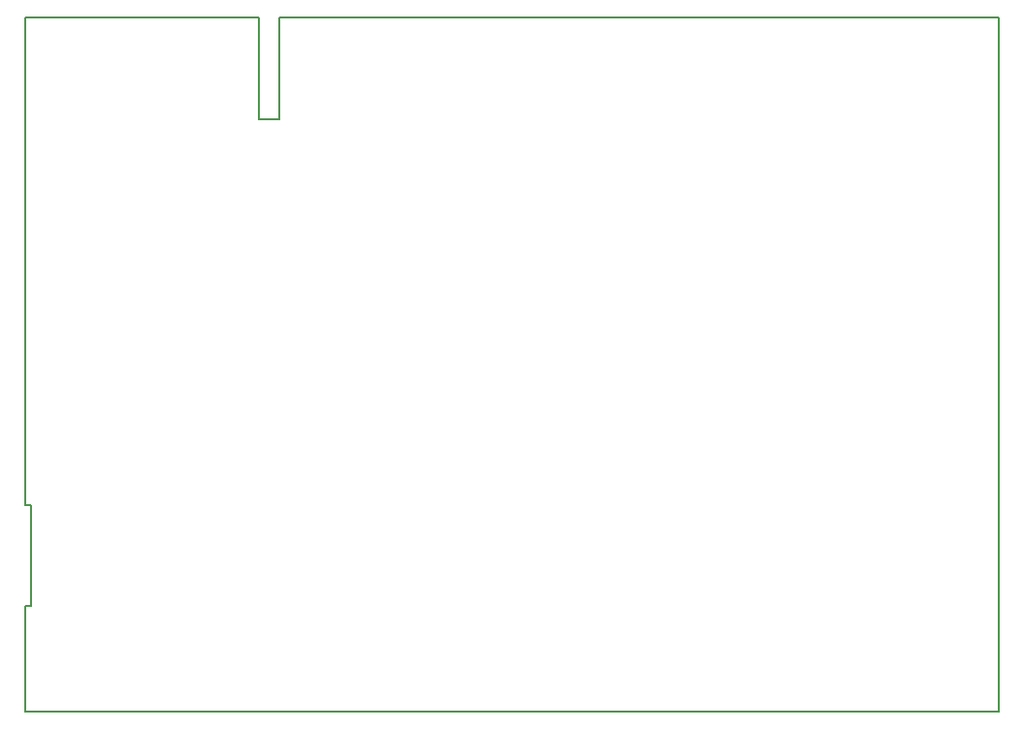
<source format=gbr>
G04 #@! TF.GenerationSoftware,KiCad,Pcbnew,(5.1.8)-1*
G04 #@! TF.CreationDate,2021-04-15T18:07:30+02:00*
G04 #@! TF.ProjectId,ZX Dandanator Mini 2.1b,5a582044-616e-4646-916e-61746f72204d,rev?*
G04 #@! TF.SameCoordinates,Original*
G04 #@! TF.FileFunction,Profile,NP*
%FSLAX46Y46*%
G04 Gerber Fmt 4.6, Leading zero omitted, Abs format (unit mm)*
G04 Created by KiCad (PCBNEW (5.1.8)-1) date 2021-04-15 18:07:30*
%MOMM*%
%LPD*%
G01*
G04 APERTURE LIST*
G04 #@! TA.AperFunction,Profile*
%ADD10C,0.150000*%
G04 #@! TD*
G04 APERTURE END LIST*
D10*
X111342000Y-130457040D02*
X111342000Y-121180460D01*
X111342000Y-121180460D02*
X111842000Y-121180460D01*
X111839080Y-112380460D02*
X111842000Y-121180460D01*
X111339080Y-112380460D02*
X111839080Y-112380460D01*
X133525000Y-69850000D02*
X196342000Y-69850000D01*
X111339080Y-112380460D02*
X111342000Y-69850000D01*
X196344540Y-130457040D02*
X111342000Y-130457040D01*
X196342000Y-69850000D02*
X196344540Y-130457040D01*
X111342000Y-69850000D02*
X131747000Y-69850000D01*
X133525000Y-78740000D02*
X133525000Y-69850000D01*
X131747000Y-78740000D02*
X133525000Y-78740000D01*
X131747000Y-69850000D02*
X131747000Y-78740000D01*
M02*

</source>
